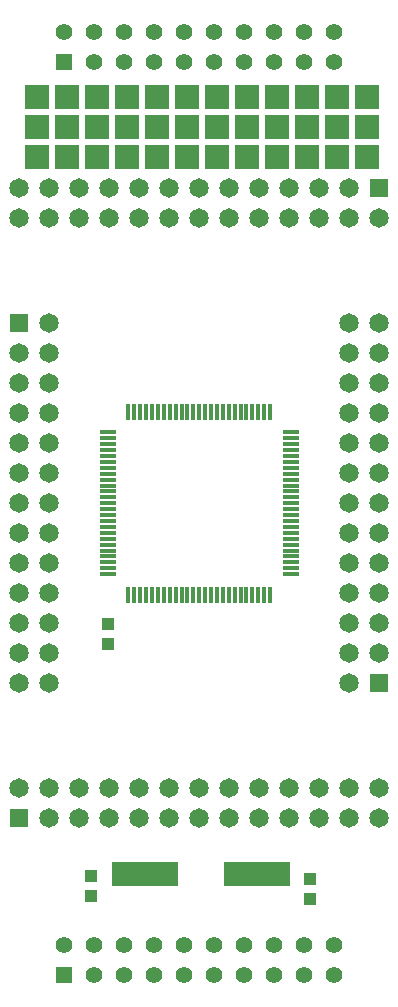
<source format=gbr>
%TF.GenerationSoftware,Altium Limited,Altium Designer,23.4.1 (23)*%
G04 Layer_Color=255*
%FSLAX45Y45*%
%MOMM*%
%TF.SameCoordinates,7ABC1050-9991-4EB7-8225-191FA7049C92*%
%TF.FilePolarity,Positive*%
%TF.FileFunction,Pads,Top*%
%TF.Part,Single*%
G01*
G75*
%TA.AperFunction,SMDPad,CuDef*%
%ADD11R,1.00000X1.10000*%
%ADD12R,0.30000X1.47500*%
%ADD13R,1.47500X0.30000*%
%ADD14R,5.60000X2.10000*%
%TA.AperFunction,ComponentPad*%
%ADD16R,1.65000X1.65000*%
%ADD17C,1.65000*%
%ADD18R,1.65000X1.65000*%
%ADD19R,1.39000X1.39000*%
%ADD20C,1.39000*%
%TA.AperFunction,ViaPad*%
%ADD21R,2.00000X2.00000*%
D11*
X876300Y3475900D02*
D03*
Y3305900D02*
D03*
X736600Y1342300D02*
D03*
Y1172300D02*
D03*
X2590800Y1316900D02*
D03*
Y1146900D02*
D03*
D12*
X1050000Y3726200D02*
D03*
X1100000D02*
D03*
X1150000D02*
D03*
X1200000D02*
D03*
X1250000D02*
D03*
X1300000D02*
D03*
X1350000D02*
D03*
X1400000D02*
D03*
X1450000D02*
D03*
X1500000D02*
D03*
X1550000D02*
D03*
X1600000D02*
D03*
X1650000D02*
D03*
X1700000D02*
D03*
X1750000D02*
D03*
X1800000D02*
D03*
X1850000D02*
D03*
X1900000D02*
D03*
X1950000D02*
D03*
X2000000D02*
D03*
X2050000D02*
D03*
X2100000D02*
D03*
X2150000D02*
D03*
X2200000D02*
D03*
X2250000D02*
D03*
Y5273800D02*
D03*
X2200000D02*
D03*
X2150000D02*
D03*
X2100000D02*
D03*
X2050000D02*
D03*
X2000000D02*
D03*
X1950000D02*
D03*
X1900000D02*
D03*
X1850000D02*
D03*
X1800000D02*
D03*
X1750000D02*
D03*
X1700000D02*
D03*
X1650000D02*
D03*
X1600000D02*
D03*
X1550000D02*
D03*
X1500000D02*
D03*
X1450000D02*
D03*
X1400000D02*
D03*
X1350000D02*
D03*
X1300000D02*
D03*
X1250000D02*
D03*
X1200000D02*
D03*
X1150000D02*
D03*
X1100000D02*
D03*
X1050000D02*
D03*
D13*
X2423800Y3900000D02*
D03*
Y3950000D02*
D03*
Y4000000D02*
D03*
Y4050000D02*
D03*
Y4100000D02*
D03*
Y4150000D02*
D03*
Y4200000D02*
D03*
Y4250000D02*
D03*
Y4300000D02*
D03*
Y4350000D02*
D03*
Y4400000D02*
D03*
Y4450000D02*
D03*
Y4500000D02*
D03*
Y4550000D02*
D03*
Y4600000D02*
D03*
Y4650000D02*
D03*
Y4700000D02*
D03*
Y4750000D02*
D03*
Y4800000D02*
D03*
Y4850000D02*
D03*
Y4900000D02*
D03*
Y4950000D02*
D03*
Y5000000D02*
D03*
Y5050000D02*
D03*
Y5100000D02*
D03*
X876200D02*
D03*
Y5050000D02*
D03*
Y5000000D02*
D03*
Y4950000D02*
D03*
Y4900000D02*
D03*
Y4850000D02*
D03*
Y4800000D02*
D03*
Y4750000D02*
D03*
Y4700000D02*
D03*
Y4650000D02*
D03*
Y4600000D02*
D03*
Y4550000D02*
D03*
Y4500000D02*
D03*
Y4450000D02*
D03*
Y4400000D02*
D03*
Y4350000D02*
D03*
Y4300000D02*
D03*
Y4250000D02*
D03*
Y4200000D02*
D03*
Y4150000D02*
D03*
Y4100000D02*
D03*
Y4050000D02*
D03*
Y4000000D02*
D03*
Y3950000D02*
D03*
Y3900000D02*
D03*
D14*
X2138700Y1358900D02*
D03*
X1188700D02*
D03*
D16*
X126000Y1833000D02*
D03*
X3175000Y7167000D02*
D03*
D17*
X126000Y2087000D02*
D03*
X380000Y1833000D02*
D03*
Y2087000D02*
D03*
X634000Y1833000D02*
D03*
Y2087000D02*
D03*
X888000Y1833000D02*
D03*
Y2087000D02*
D03*
X1142000Y1833000D02*
D03*
Y2087000D02*
D03*
X1396000Y1833000D02*
D03*
Y2087000D02*
D03*
X1650000Y1833000D02*
D03*
Y2087000D02*
D03*
X1904000Y1833000D02*
D03*
Y2087000D02*
D03*
X2158000Y1833000D02*
D03*
Y2087000D02*
D03*
X2412000Y1833000D02*
D03*
Y2087000D02*
D03*
X2666000Y1833000D02*
D03*
Y2087000D02*
D03*
X2920000Y1833000D02*
D03*
Y2087000D02*
D03*
X3174000Y1833000D02*
D03*
Y2087000D02*
D03*
X127000Y6913000D02*
D03*
Y7167000D02*
D03*
X381000Y6913000D02*
D03*
Y7167000D02*
D03*
X635000Y6913000D02*
D03*
Y7167000D02*
D03*
X889000Y6913000D02*
D03*
Y7167000D02*
D03*
X1143000Y6913000D02*
D03*
Y7167000D02*
D03*
X1397000Y6913000D02*
D03*
Y7167000D02*
D03*
X1651000Y6913000D02*
D03*
Y7167000D02*
D03*
X1905000Y6913000D02*
D03*
Y7167000D02*
D03*
X2159000Y6913000D02*
D03*
Y7167000D02*
D03*
X2413000Y6913000D02*
D03*
Y7167000D02*
D03*
X2667000Y6913000D02*
D03*
Y7167000D02*
D03*
X2921000Y6913000D02*
D03*
Y7167000D02*
D03*
X3175000Y6913000D02*
D03*
X2919000Y2976000D02*
D03*
X3173000Y3230000D02*
D03*
X2919000D02*
D03*
X3173000Y3484000D02*
D03*
X2919000D02*
D03*
X3173000Y3738000D02*
D03*
X2919000D02*
D03*
X3173000Y3992000D02*
D03*
X2919000D02*
D03*
X3173000Y4246000D02*
D03*
X2919000D02*
D03*
X3173000Y4500000D02*
D03*
X2919000D02*
D03*
X3173000Y4754000D02*
D03*
X2919000D02*
D03*
X3173000Y5008000D02*
D03*
X2919000D02*
D03*
X3173000Y5262000D02*
D03*
X2919000D02*
D03*
X3173000Y5516000D02*
D03*
X2919000D02*
D03*
X3173000Y5770000D02*
D03*
X2919000D02*
D03*
X3173000Y6024000D02*
D03*
X2919000D02*
D03*
X381000D02*
D03*
X127000Y5770000D02*
D03*
X381000D02*
D03*
X127000Y5516000D02*
D03*
X381000D02*
D03*
X127000Y5262000D02*
D03*
X381000D02*
D03*
X127000Y5008000D02*
D03*
X381000D02*
D03*
X127000Y4754000D02*
D03*
X381000D02*
D03*
X127000Y4500000D02*
D03*
X381000D02*
D03*
X127000Y4246000D02*
D03*
X381000D02*
D03*
X127000Y3992000D02*
D03*
X381000D02*
D03*
X127000Y3738000D02*
D03*
X381000D02*
D03*
X127000Y3484000D02*
D03*
X381000D02*
D03*
X127000Y3230000D02*
D03*
X381000D02*
D03*
X127000Y2976000D02*
D03*
X381000D02*
D03*
D18*
X3173000D02*
D03*
X127000Y6024000D02*
D03*
D19*
X508000Y508000D02*
D03*
Y8238000D02*
D03*
D20*
Y762000D02*
D03*
X762000Y508000D02*
D03*
Y762000D02*
D03*
X1016000Y508000D02*
D03*
Y762000D02*
D03*
X1270000Y508000D02*
D03*
Y762000D02*
D03*
X1524000Y508000D02*
D03*
Y762000D02*
D03*
X1778000Y508000D02*
D03*
Y762000D02*
D03*
X2032000Y508000D02*
D03*
Y762000D02*
D03*
X2286000Y508000D02*
D03*
Y762000D02*
D03*
X2540000Y508000D02*
D03*
Y762000D02*
D03*
X2794000Y508000D02*
D03*
Y762000D02*
D03*
X508000Y8492000D02*
D03*
X762000Y8238000D02*
D03*
Y8492000D02*
D03*
X1016000Y8238000D02*
D03*
Y8492000D02*
D03*
X1270000Y8238000D02*
D03*
Y8492000D02*
D03*
X1524000Y8238000D02*
D03*
Y8492000D02*
D03*
X1778000Y8238000D02*
D03*
Y8492000D02*
D03*
X2032000Y8238000D02*
D03*
Y8492000D02*
D03*
X2286000Y8238000D02*
D03*
Y8492000D02*
D03*
X2540000Y8238000D02*
D03*
Y8492000D02*
D03*
X2794000Y8238000D02*
D03*
Y8492000D02*
D03*
D21*
X279400Y7429500D02*
D03*
X1041400D02*
D03*
X533400D02*
D03*
X787400D02*
D03*
X1295400D02*
D03*
X2057400D02*
D03*
X1803400D02*
D03*
X1549400D02*
D03*
X3073400D02*
D03*
X2819400D02*
D03*
X2311400D02*
D03*
X2565400D02*
D03*
X2311400Y7937500D02*
D03*
Y7683500D02*
D03*
X2565400D02*
D03*
Y7937500D02*
D03*
X3073400D02*
D03*
Y7683500D02*
D03*
X2819400D02*
D03*
Y7937500D02*
D03*
X1295400D02*
D03*
Y7683500D02*
D03*
X1549400D02*
D03*
Y7937500D02*
D03*
X2057400D02*
D03*
Y7683500D02*
D03*
X1803400D02*
D03*
Y7937500D02*
D03*
X787400D02*
D03*
Y7683500D02*
D03*
X1041400D02*
D03*
Y7937500D02*
D03*
X533400D02*
D03*
Y7683500D02*
D03*
X279400D02*
D03*
Y7937500D02*
D03*
%TF.MD5,5e52e31c262dd2b820ab7bfd2b4f30fd*%
M02*

</source>
